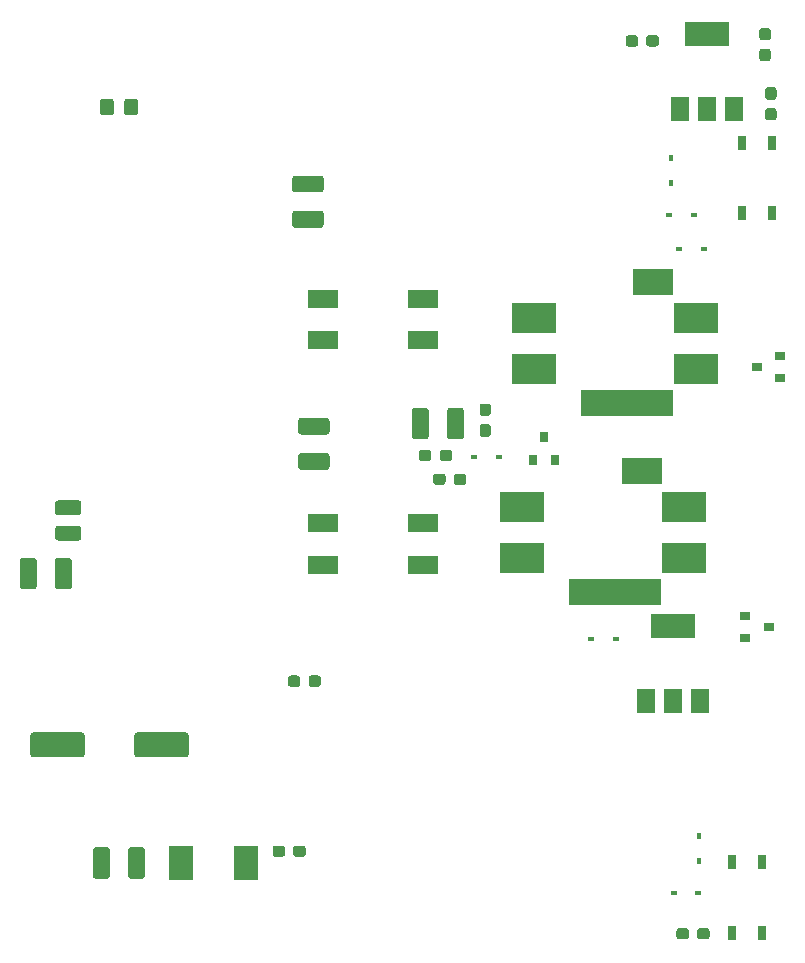
<source format=gtp>
G04 #@! TF.GenerationSoftware,KiCad,Pcbnew,(5.1.5-0)*
G04 #@! TF.CreationDate,2021-01-24T11:48:24-07:00*
G04 #@! TF.ProjectId,power_cui,706f7765-725f-4637-9569-2e6b69636164,rev?*
G04 #@! TF.SameCoordinates,Original*
G04 #@! TF.FileFunction,Paste,Top*
G04 #@! TF.FilePolarity,Positive*
%FSLAX46Y46*%
G04 Gerber Fmt 4.6, Leading zero omitted, Abs format (unit mm)*
G04 Created by KiCad (PCBNEW (5.1.5-0)) date 2021-01-24 11:48:24*
%MOMM*%
%LPD*%
G04 APERTURE LIST*
%ADD10R,1.500000X2.000000*%
%ADD11R,3.800000X2.000000*%
%ADD12C,0.100000*%
%ADD13R,0.450000X0.600000*%
%ADD14R,0.600000X0.450000*%
%ADD15R,2.000000X3.000000*%
%ADD16R,2.500000X1.500000*%
%ADD17R,0.800000X0.900000*%
%ADD18R,0.800000X1.200000*%
%ADD19R,0.900000X0.800000*%
%ADD20R,3.400000X2.300000*%
%ADD21R,7.900000X2.300000*%
%ADD22R,3.800000X2.500000*%
G04 APERTURE END LIST*
D10*
X145500000Y-62150000D03*
X150100000Y-62150000D03*
X147800000Y-62150000D03*
D11*
X147800000Y-55850000D03*
D12*
G36*
X152960779Y-57051144D02*
G01*
X152983834Y-57054563D01*
X153006443Y-57060227D01*
X153028387Y-57068079D01*
X153049457Y-57078044D01*
X153069448Y-57090026D01*
X153088168Y-57103910D01*
X153105438Y-57119562D01*
X153121090Y-57136832D01*
X153134974Y-57155552D01*
X153146956Y-57175543D01*
X153156921Y-57196613D01*
X153164773Y-57218557D01*
X153170437Y-57241166D01*
X153173856Y-57264221D01*
X153175000Y-57287500D01*
X153175000Y-57862500D01*
X153173856Y-57885779D01*
X153170437Y-57908834D01*
X153164773Y-57931443D01*
X153156921Y-57953387D01*
X153146956Y-57974457D01*
X153134974Y-57994448D01*
X153121090Y-58013168D01*
X153105438Y-58030438D01*
X153088168Y-58046090D01*
X153069448Y-58059974D01*
X153049457Y-58071956D01*
X153028387Y-58081921D01*
X153006443Y-58089773D01*
X152983834Y-58095437D01*
X152960779Y-58098856D01*
X152937500Y-58100000D01*
X152462500Y-58100000D01*
X152439221Y-58098856D01*
X152416166Y-58095437D01*
X152393557Y-58089773D01*
X152371613Y-58081921D01*
X152350543Y-58071956D01*
X152330552Y-58059974D01*
X152311832Y-58046090D01*
X152294562Y-58030438D01*
X152278910Y-58013168D01*
X152265026Y-57994448D01*
X152253044Y-57974457D01*
X152243079Y-57953387D01*
X152235227Y-57931443D01*
X152229563Y-57908834D01*
X152226144Y-57885779D01*
X152225000Y-57862500D01*
X152225000Y-57287500D01*
X152226144Y-57264221D01*
X152229563Y-57241166D01*
X152235227Y-57218557D01*
X152243079Y-57196613D01*
X152253044Y-57175543D01*
X152265026Y-57155552D01*
X152278910Y-57136832D01*
X152294562Y-57119562D01*
X152311832Y-57103910D01*
X152330552Y-57090026D01*
X152350543Y-57078044D01*
X152371613Y-57068079D01*
X152393557Y-57060227D01*
X152416166Y-57054563D01*
X152439221Y-57051144D01*
X152462500Y-57050000D01*
X152937500Y-57050000D01*
X152960779Y-57051144D01*
G37*
G36*
X152960779Y-55301144D02*
G01*
X152983834Y-55304563D01*
X153006443Y-55310227D01*
X153028387Y-55318079D01*
X153049457Y-55328044D01*
X153069448Y-55340026D01*
X153088168Y-55353910D01*
X153105438Y-55369562D01*
X153121090Y-55386832D01*
X153134974Y-55405552D01*
X153146956Y-55425543D01*
X153156921Y-55446613D01*
X153164773Y-55468557D01*
X153170437Y-55491166D01*
X153173856Y-55514221D01*
X153175000Y-55537500D01*
X153175000Y-56112500D01*
X153173856Y-56135779D01*
X153170437Y-56158834D01*
X153164773Y-56181443D01*
X153156921Y-56203387D01*
X153146956Y-56224457D01*
X153134974Y-56244448D01*
X153121090Y-56263168D01*
X153105438Y-56280438D01*
X153088168Y-56296090D01*
X153069448Y-56309974D01*
X153049457Y-56321956D01*
X153028387Y-56331921D01*
X153006443Y-56339773D01*
X152983834Y-56345437D01*
X152960779Y-56348856D01*
X152937500Y-56350000D01*
X152462500Y-56350000D01*
X152439221Y-56348856D01*
X152416166Y-56345437D01*
X152393557Y-56339773D01*
X152371613Y-56331921D01*
X152350543Y-56321956D01*
X152330552Y-56309974D01*
X152311832Y-56296090D01*
X152294562Y-56280438D01*
X152278910Y-56263168D01*
X152265026Y-56244448D01*
X152253044Y-56224457D01*
X152243079Y-56203387D01*
X152235227Y-56181443D01*
X152229563Y-56158834D01*
X152226144Y-56135779D01*
X152225000Y-56112500D01*
X152225000Y-55537500D01*
X152226144Y-55514221D01*
X152229563Y-55491166D01*
X152235227Y-55468557D01*
X152243079Y-55446613D01*
X152253044Y-55425543D01*
X152265026Y-55405552D01*
X152278910Y-55386832D01*
X152294562Y-55369562D01*
X152311832Y-55353910D01*
X152330552Y-55340026D01*
X152350543Y-55328044D01*
X152371613Y-55318079D01*
X152393557Y-55310227D01*
X152416166Y-55304563D01*
X152439221Y-55301144D01*
X152462500Y-55300000D01*
X152937500Y-55300000D01*
X152960779Y-55301144D01*
G37*
G36*
X143485779Y-55926144D02*
G01*
X143508834Y-55929563D01*
X143531443Y-55935227D01*
X143553387Y-55943079D01*
X143574457Y-55953044D01*
X143594448Y-55965026D01*
X143613168Y-55978910D01*
X143630438Y-55994562D01*
X143646090Y-56011832D01*
X143659974Y-56030552D01*
X143671956Y-56050543D01*
X143681921Y-56071613D01*
X143689773Y-56093557D01*
X143695437Y-56116166D01*
X143698856Y-56139221D01*
X143700000Y-56162500D01*
X143700000Y-56637500D01*
X143698856Y-56660779D01*
X143695437Y-56683834D01*
X143689773Y-56706443D01*
X143681921Y-56728387D01*
X143671956Y-56749457D01*
X143659974Y-56769448D01*
X143646090Y-56788168D01*
X143630438Y-56805438D01*
X143613168Y-56821090D01*
X143594448Y-56834974D01*
X143574457Y-56846956D01*
X143553387Y-56856921D01*
X143531443Y-56864773D01*
X143508834Y-56870437D01*
X143485779Y-56873856D01*
X143462500Y-56875000D01*
X142887500Y-56875000D01*
X142864221Y-56873856D01*
X142841166Y-56870437D01*
X142818557Y-56864773D01*
X142796613Y-56856921D01*
X142775543Y-56846956D01*
X142755552Y-56834974D01*
X142736832Y-56821090D01*
X142719562Y-56805438D01*
X142703910Y-56788168D01*
X142690026Y-56769448D01*
X142678044Y-56749457D01*
X142668079Y-56728387D01*
X142660227Y-56706443D01*
X142654563Y-56683834D01*
X142651144Y-56660779D01*
X142650000Y-56637500D01*
X142650000Y-56162500D01*
X142651144Y-56139221D01*
X142654563Y-56116166D01*
X142660227Y-56093557D01*
X142668079Y-56071613D01*
X142678044Y-56050543D01*
X142690026Y-56030552D01*
X142703910Y-56011832D01*
X142719562Y-55994562D01*
X142736832Y-55978910D01*
X142755552Y-55965026D01*
X142775543Y-55953044D01*
X142796613Y-55943079D01*
X142818557Y-55935227D01*
X142841166Y-55929563D01*
X142864221Y-55926144D01*
X142887500Y-55925000D01*
X143462500Y-55925000D01*
X143485779Y-55926144D01*
G37*
G36*
X141735779Y-55926144D02*
G01*
X141758834Y-55929563D01*
X141781443Y-55935227D01*
X141803387Y-55943079D01*
X141824457Y-55953044D01*
X141844448Y-55965026D01*
X141863168Y-55978910D01*
X141880438Y-55994562D01*
X141896090Y-56011832D01*
X141909974Y-56030552D01*
X141921956Y-56050543D01*
X141931921Y-56071613D01*
X141939773Y-56093557D01*
X141945437Y-56116166D01*
X141948856Y-56139221D01*
X141950000Y-56162500D01*
X141950000Y-56637500D01*
X141948856Y-56660779D01*
X141945437Y-56683834D01*
X141939773Y-56706443D01*
X141931921Y-56728387D01*
X141921956Y-56749457D01*
X141909974Y-56769448D01*
X141896090Y-56788168D01*
X141880438Y-56805438D01*
X141863168Y-56821090D01*
X141844448Y-56834974D01*
X141824457Y-56846956D01*
X141803387Y-56856921D01*
X141781443Y-56864773D01*
X141758834Y-56870437D01*
X141735779Y-56873856D01*
X141712500Y-56875000D01*
X141137500Y-56875000D01*
X141114221Y-56873856D01*
X141091166Y-56870437D01*
X141068557Y-56864773D01*
X141046613Y-56856921D01*
X141025543Y-56846956D01*
X141005552Y-56834974D01*
X140986832Y-56821090D01*
X140969562Y-56805438D01*
X140953910Y-56788168D01*
X140940026Y-56769448D01*
X140928044Y-56749457D01*
X140918079Y-56728387D01*
X140910227Y-56706443D01*
X140904563Y-56683834D01*
X140901144Y-56660779D01*
X140900000Y-56637500D01*
X140900000Y-56162500D01*
X140901144Y-56139221D01*
X140904563Y-56116166D01*
X140910227Y-56093557D01*
X140918079Y-56071613D01*
X140928044Y-56050543D01*
X140940026Y-56030552D01*
X140953910Y-56011832D01*
X140969562Y-55994562D01*
X140986832Y-55978910D01*
X141005552Y-55965026D01*
X141025543Y-55953044D01*
X141046613Y-55943079D01*
X141068557Y-55935227D01*
X141091166Y-55929563D01*
X141114221Y-55926144D01*
X141137500Y-55925000D01*
X141712500Y-55925000D01*
X141735779Y-55926144D01*
G37*
D10*
X142600000Y-112250000D03*
X147200000Y-112250000D03*
X144900000Y-112250000D03*
D11*
X144900000Y-105950000D03*
D13*
X144700000Y-68450000D03*
X144700000Y-66350000D03*
D14*
X140050000Y-107000000D03*
X137950000Y-107000000D03*
D15*
X103250000Y-126000000D03*
X108750000Y-126000000D03*
D12*
G36*
X113135779Y-110126144D02*
G01*
X113158834Y-110129563D01*
X113181443Y-110135227D01*
X113203387Y-110143079D01*
X113224457Y-110153044D01*
X113244448Y-110165026D01*
X113263168Y-110178910D01*
X113280438Y-110194562D01*
X113296090Y-110211832D01*
X113309974Y-110230552D01*
X113321956Y-110250543D01*
X113331921Y-110271613D01*
X113339773Y-110293557D01*
X113345437Y-110316166D01*
X113348856Y-110339221D01*
X113350000Y-110362500D01*
X113350000Y-110837500D01*
X113348856Y-110860779D01*
X113345437Y-110883834D01*
X113339773Y-110906443D01*
X113331921Y-110928387D01*
X113321956Y-110949457D01*
X113309974Y-110969448D01*
X113296090Y-110988168D01*
X113280438Y-111005438D01*
X113263168Y-111021090D01*
X113244448Y-111034974D01*
X113224457Y-111046956D01*
X113203387Y-111056921D01*
X113181443Y-111064773D01*
X113158834Y-111070437D01*
X113135779Y-111073856D01*
X113112500Y-111075000D01*
X112537500Y-111075000D01*
X112514221Y-111073856D01*
X112491166Y-111070437D01*
X112468557Y-111064773D01*
X112446613Y-111056921D01*
X112425543Y-111046956D01*
X112405552Y-111034974D01*
X112386832Y-111021090D01*
X112369562Y-111005438D01*
X112353910Y-110988168D01*
X112340026Y-110969448D01*
X112328044Y-110949457D01*
X112318079Y-110928387D01*
X112310227Y-110906443D01*
X112304563Y-110883834D01*
X112301144Y-110860779D01*
X112300000Y-110837500D01*
X112300000Y-110362500D01*
X112301144Y-110339221D01*
X112304563Y-110316166D01*
X112310227Y-110293557D01*
X112318079Y-110271613D01*
X112328044Y-110250543D01*
X112340026Y-110230552D01*
X112353910Y-110211832D01*
X112369562Y-110194562D01*
X112386832Y-110178910D01*
X112405552Y-110165026D01*
X112425543Y-110153044D01*
X112446613Y-110143079D01*
X112468557Y-110135227D01*
X112491166Y-110129563D01*
X112514221Y-110126144D01*
X112537500Y-110125000D01*
X113112500Y-110125000D01*
X113135779Y-110126144D01*
G37*
G36*
X114885779Y-110126144D02*
G01*
X114908834Y-110129563D01*
X114931443Y-110135227D01*
X114953387Y-110143079D01*
X114974457Y-110153044D01*
X114994448Y-110165026D01*
X115013168Y-110178910D01*
X115030438Y-110194562D01*
X115046090Y-110211832D01*
X115059974Y-110230552D01*
X115071956Y-110250543D01*
X115081921Y-110271613D01*
X115089773Y-110293557D01*
X115095437Y-110316166D01*
X115098856Y-110339221D01*
X115100000Y-110362500D01*
X115100000Y-110837500D01*
X115098856Y-110860779D01*
X115095437Y-110883834D01*
X115089773Y-110906443D01*
X115081921Y-110928387D01*
X115071956Y-110949457D01*
X115059974Y-110969448D01*
X115046090Y-110988168D01*
X115030438Y-111005438D01*
X115013168Y-111021090D01*
X114994448Y-111034974D01*
X114974457Y-111046956D01*
X114953387Y-111056921D01*
X114931443Y-111064773D01*
X114908834Y-111070437D01*
X114885779Y-111073856D01*
X114862500Y-111075000D01*
X114287500Y-111075000D01*
X114264221Y-111073856D01*
X114241166Y-111070437D01*
X114218557Y-111064773D01*
X114196613Y-111056921D01*
X114175543Y-111046956D01*
X114155552Y-111034974D01*
X114136832Y-111021090D01*
X114119562Y-111005438D01*
X114103910Y-110988168D01*
X114090026Y-110969448D01*
X114078044Y-110949457D01*
X114068079Y-110928387D01*
X114060227Y-110906443D01*
X114054563Y-110883834D01*
X114051144Y-110860779D01*
X114050000Y-110837500D01*
X114050000Y-110362500D01*
X114051144Y-110339221D01*
X114054563Y-110316166D01*
X114060227Y-110293557D01*
X114068079Y-110271613D01*
X114078044Y-110250543D01*
X114090026Y-110230552D01*
X114103910Y-110211832D01*
X114119562Y-110194562D01*
X114136832Y-110178910D01*
X114155552Y-110165026D01*
X114175543Y-110153044D01*
X114196613Y-110143079D01*
X114218557Y-110135227D01*
X114241166Y-110129563D01*
X114264221Y-110126144D01*
X114287500Y-110125000D01*
X114862500Y-110125000D01*
X114885779Y-110126144D01*
G37*
G36*
X111835779Y-124526144D02*
G01*
X111858834Y-124529563D01*
X111881443Y-124535227D01*
X111903387Y-124543079D01*
X111924457Y-124553044D01*
X111944448Y-124565026D01*
X111963168Y-124578910D01*
X111980438Y-124594562D01*
X111996090Y-124611832D01*
X112009974Y-124630552D01*
X112021956Y-124650543D01*
X112031921Y-124671613D01*
X112039773Y-124693557D01*
X112045437Y-124716166D01*
X112048856Y-124739221D01*
X112050000Y-124762500D01*
X112050000Y-125237500D01*
X112048856Y-125260779D01*
X112045437Y-125283834D01*
X112039773Y-125306443D01*
X112031921Y-125328387D01*
X112021956Y-125349457D01*
X112009974Y-125369448D01*
X111996090Y-125388168D01*
X111980438Y-125405438D01*
X111963168Y-125421090D01*
X111944448Y-125434974D01*
X111924457Y-125446956D01*
X111903387Y-125456921D01*
X111881443Y-125464773D01*
X111858834Y-125470437D01*
X111835779Y-125473856D01*
X111812500Y-125475000D01*
X111237500Y-125475000D01*
X111214221Y-125473856D01*
X111191166Y-125470437D01*
X111168557Y-125464773D01*
X111146613Y-125456921D01*
X111125543Y-125446956D01*
X111105552Y-125434974D01*
X111086832Y-125421090D01*
X111069562Y-125405438D01*
X111053910Y-125388168D01*
X111040026Y-125369448D01*
X111028044Y-125349457D01*
X111018079Y-125328387D01*
X111010227Y-125306443D01*
X111004563Y-125283834D01*
X111001144Y-125260779D01*
X111000000Y-125237500D01*
X111000000Y-124762500D01*
X111001144Y-124739221D01*
X111004563Y-124716166D01*
X111010227Y-124693557D01*
X111018079Y-124671613D01*
X111028044Y-124650543D01*
X111040026Y-124630552D01*
X111053910Y-124611832D01*
X111069562Y-124594562D01*
X111086832Y-124578910D01*
X111105552Y-124565026D01*
X111125543Y-124553044D01*
X111146613Y-124543079D01*
X111168557Y-124535227D01*
X111191166Y-124529563D01*
X111214221Y-124526144D01*
X111237500Y-124525000D01*
X111812500Y-124525000D01*
X111835779Y-124526144D01*
G37*
G36*
X113585779Y-124526144D02*
G01*
X113608834Y-124529563D01*
X113631443Y-124535227D01*
X113653387Y-124543079D01*
X113674457Y-124553044D01*
X113694448Y-124565026D01*
X113713168Y-124578910D01*
X113730438Y-124594562D01*
X113746090Y-124611832D01*
X113759974Y-124630552D01*
X113771956Y-124650543D01*
X113781921Y-124671613D01*
X113789773Y-124693557D01*
X113795437Y-124716166D01*
X113798856Y-124739221D01*
X113800000Y-124762500D01*
X113800000Y-125237500D01*
X113798856Y-125260779D01*
X113795437Y-125283834D01*
X113789773Y-125306443D01*
X113781921Y-125328387D01*
X113771956Y-125349457D01*
X113759974Y-125369448D01*
X113746090Y-125388168D01*
X113730438Y-125405438D01*
X113713168Y-125421090D01*
X113694448Y-125434974D01*
X113674457Y-125446956D01*
X113653387Y-125456921D01*
X113631443Y-125464773D01*
X113608834Y-125470437D01*
X113585779Y-125473856D01*
X113562500Y-125475000D01*
X112987500Y-125475000D01*
X112964221Y-125473856D01*
X112941166Y-125470437D01*
X112918557Y-125464773D01*
X112896613Y-125456921D01*
X112875543Y-125446956D01*
X112855552Y-125434974D01*
X112836832Y-125421090D01*
X112819562Y-125405438D01*
X112803910Y-125388168D01*
X112790026Y-125369448D01*
X112778044Y-125349457D01*
X112768079Y-125328387D01*
X112760227Y-125306443D01*
X112754563Y-125283834D01*
X112751144Y-125260779D01*
X112750000Y-125237500D01*
X112750000Y-124762500D01*
X112751144Y-124739221D01*
X112754563Y-124716166D01*
X112760227Y-124693557D01*
X112768079Y-124671613D01*
X112778044Y-124650543D01*
X112790026Y-124630552D01*
X112803910Y-124611832D01*
X112819562Y-124594562D01*
X112836832Y-124578910D01*
X112855552Y-124565026D01*
X112875543Y-124553044D01*
X112896613Y-124543079D01*
X112918557Y-124535227D01*
X112941166Y-124529563D01*
X112964221Y-124526144D01*
X112987500Y-124525000D01*
X113562500Y-124525000D01*
X113585779Y-124526144D01*
G37*
G36*
X96999504Y-124676204D02*
G01*
X97023773Y-124679804D01*
X97047571Y-124685765D01*
X97070671Y-124694030D01*
X97092849Y-124704520D01*
X97113893Y-124717133D01*
X97133598Y-124731747D01*
X97151777Y-124748223D01*
X97168253Y-124766402D01*
X97182867Y-124786107D01*
X97195480Y-124807151D01*
X97205970Y-124829329D01*
X97214235Y-124852429D01*
X97220196Y-124876227D01*
X97223796Y-124900496D01*
X97225000Y-124925000D01*
X97225000Y-127075000D01*
X97223796Y-127099504D01*
X97220196Y-127123773D01*
X97214235Y-127147571D01*
X97205970Y-127170671D01*
X97195480Y-127192849D01*
X97182867Y-127213893D01*
X97168253Y-127233598D01*
X97151777Y-127251777D01*
X97133598Y-127268253D01*
X97113893Y-127282867D01*
X97092849Y-127295480D01*
X97070671Y-127305970D01*
X97047571Y-127314235D01*
X97023773Y-127320196D01*
X96999504Y-127323796D01*
X96975000Y-127325000D01*
X96050000Y-127325000D01*
X96025496Y-127323796D01*
X96001227Y-127320196D01*
X95977429Y-127314235D01*
X95954329Y-127305970D01*
X95932151Y-127295480D01*
X95911107Y-127282867D01*
X95891402Y-127268253D01*
X95873223Y-127251777D01*
X95856747Y-127233598D01*
X95842133Y-127213893D01*
X95829520Y-127192849D01*
X95819030Y-127170671D01*
X95810765Y-127147571D01*
X95804804Y-127123773D01*
X95801204Y-127099504D01*
X95800000Y-127075000D01*
X95800000Y-124925000D01*
X95801204Y-124900496D01*
X95804804Y-124876227D01*
X95810765Y-124852429D01*
X95819030Y-124829329D01*
X95829520Y-124807151D01*
X95842133Y-124786107D01*
X95856747Y-124766402D01*
X95873223Y-124748223D01*
X95891402Y-124731747D01*
X95911107Y-124717133D01*
X95932151Y-124704520D01*
X95954329Y-124694030D01*
X95977429Y-124685765D01*
X96001227Y-124679804D01*
X96025496Y-124676204D01*
X96050000Y-124675000D01*
X96975000Y-124675000D01*
X96999504Y-124676204D01*
G37*
G36*
X99974504Y-124676204D02*
G01*
X99998773Y-124679804D01*
X100022571Y-124685765D01*
X100045671Y-124694030D01*
X100067849Y-124704520D01*
X100088893Y-124717133D01*
X100108598Y-124731747D01*
X100126777Y-124748223D01*
X100143253Y-124766402D01*
X100157867Y-124786107D01*
X100170480Y-124807151D01*
X100180970Y-124829329D01*
X100189235Y-124852429D01*
X100195196Y-124876227D01*
X100198796Y-124900496D01*
X100200000Y-124925000D01*
X100200000Y-127075000D01*
X100198796Y-127099504D01*
X100195196Y-127123773D01*
X100189235Y-127147571D01*
X100180970Y-127170671D01*
X100170480Y-127192849D01*
X100157867Y-127213893D01*
X100143253Y-127233598D01*
X100126777Y-127251777D01*
X100108598Y-127268253D01*
X100088893Y-127282867D01*
X100067849Y-127295480D01*
X100045671Y-127305970D01*
X100022571Y-127314235D01*
X99998773Y-127320196D01*
X99974504Y-127323796D01*
X99950000Y-127325000D01*
X99025000Y-127325000D01*
X99000496Y-127323796D01*
X98976227Y-127320196D01*
X98952429Y-127314235D01*
X98929329Y-127305970D01*
X98907151Y-127295480D01*
X98886107Y-127282867D01*
X98866402Y-127268253D01*
X98848223Y-127251777D01*
X98831747Y-127233598D01*
X98817133Y-127213893D01*
X98804520Y-127192849D01*
X98794030Y-127170671D01*
X98785765Y-127147571D01*
X98779804Y-127123773D01*
X98776204Y-127099504D01*
X98775000Y-127075000D01*
X98775000Y-124925000D01*
X98776204Y-124900496D01*
X98779804Y-124876227D01*
X98785765Y-124852429D01*
X98794030Y-124829329D01*
X98804520Y-124807151D01*
X98817133Y-124786107D01*
X98831747Y-124766402D01*
X98848223Y-124748223D01*
X98866402Y-124731747D01*
X98886107Y-124717133D01*
X98907151Y-124704520D01*
X98929329Y-124694030D01*
X98952429Y-124685765D01*
X98976227Y-124679804D01*
X99000496Y-124676204D01*
X99025000Y-124675000D01*
X99950000Y-124675000D01*
X99974504Y-124676204D01*
G37*
D16*
X115250000Y-100750000D03*
X115250000Y-97250000D03*
X123750000Y-97250000D03*
X123750000Y-100750000D03*
D12*
G36*
X125985779Y-91026144D02*
G01*
X126008834Y-91029563D01*
X126031443Y-91035227D01*
X126053387Y-91043079D01*
X126074457Y-91053044D01*
X126094448Y-91065026D01*
X126113168Y-91078910D01*
X126130438Y-91094562D01*
X126146090Y-91111832D01*
X126159974Y-91130552D01*
X126171956Y-91150543D01*
X126181921Y-91171613D01*
X126189773Y-91193557D01*
X126195437Y-91216166D01*
X126198856Y-91239221D01*
X126200000Y-91262500D01*
X126200000Y-91737500D01*
X126198856Y-91760779D01*
X126195437Y-91783834D01*
X126189773Y-91806443D01*
X126181921Y-91828387D01*
X126171956Y-91849457D01*
X126159974Y-91869448D01*
X126146090Y-91888168D01*
X126130438Y-91905438D01*
X126113168Y-91921090D01*
X126094448Y-91934974D01*
X126074457Y-91946956D01*
X126053387Y-91956921D01*
X126031443Y-91964773D01*
X126008834Y-91970437D01*
X125985779Y-91973856D01*
X125962500Y-91975000D01*
X125387500Y-91975000D01*
X125364221Y-91973856D01*
X125341166Y-91970437D01*
X125318557Y-91964773D01*
X125296613Y-91956921D01*
X125275543Y-91946956D01*
X125255552Y-91934974D01*
X125236832Y-91921090D01*
X125219562Y-91905438D01*
X125203910Y-91888168D01*
X125190026Y-91869448D01*
X125178044Y-91849457D01*
X125168079Y-91828387D01*
X125160227Y-91806443D01*
X125154563Y-91783834D01*
X125151144Y-91760779D01*
X125150000Y-91737500D01*
X125150000Y-91262500D01*
X125151144Y-91239221D01*
X125154563Y-91216166D01*
X125160227Y-91193557D01*
X125168079Y-91171613D01*
X125178044Y-91150543D01*
X125190026Y-91130552D01*
X125203910Y-91111832D01*
X125219562Y-91094562D01*
X125236832Y-91078910D01*
X125255552Y-91065026D01*
X125275543Y-91053044D01*
X125296613Y-91043079D01*
X125318557Y-91035227D01*
X125341166Y-91029563D01*
X125364221Y-91026144D01*
X125387500Y-91025000D01*
X125962500Y-91025000D01*
X125985779Y-91026144D01*
G37*
G36*
X124235779Y-91026144D02*
G01*
X124258834Y-91029563D01*
X124281443Y-91035227D01*
X124303387Y-91043079D01*
X124324457Y-91053044D01*
X124344448Y-91065026D01*
X124363168Y-91078910D01*
X124380438Y-91094562D01*
X124396090Y-91111832D01*
X124409974Y-91130552D01*
X124421956Y-91150543D01*
X124431921Y-91171613D01*
X124439773Y-91193557D01*
X124445437Y-91216166D01*
X124448856Y-91239221D01*
X124450000Y-91262500D01*
X124450000Y-91737500D01*
X124448856Y-91760779D01*
X124445437Y-91783834D01*
X124439773Y-91806443D01*
X124431921Y-91828387D01*
X124421956Y-91849457D01*
X124409974Y-91869448D01*
X124396090Y-91888168D01*
X124380438Y-91905438D01*
X124363168Y-91921090D01*
X124344448Y-91934974D01*
X124324457Y-91946956D01*
X124303387Y-91956921D01*
X124281443Y-91964773D01*
X124258834Y-91970437D01*
X124235779Y-91973856D01*
X124212500Y-91975000D01*
X123637500Y-91975000D01*
X123614221Y-91973856D01*
X123591166Y-91970437D01*
X123568557Y-91964773D01*
X123546613Y-91956921D01*
X123525543Y-91946956D01*
X123505552Y-91934974D01*
X123486832Y-91921090D01*
X123469562Y-91905438D01*
X123453910Y-91888168D01*
X123440026Y-91869448D01*
X123428044Y-91849457D01*
X123418079Y-91828387D01*
X123410227Y-91806443D01*
X123404563Y-91783834D01*
X123401144Y-91760779D01*
X123400000Y-91737500D01*
X123400000Y-91262500D01*
X123401144Y-91239221D01*
X123404563Y-91216166D01*
X123410227Y-91193557D01*
X123418079Y-91171613D01*
X123428044Y-91150543D01*
X123440026Y-91130552D01*
X123453910Y-91111832D01*
X123469562Y-91094562D01*
X123486832Y-91078910D01*
X123505552Y-91065026D01*
X123525543Y-91053044D01*
X123546613Y-91043079D01*
X123568557Y-91035227D01*
X123591166Y-91029563D01*
X123614221Y-91026144D01*
X123637500Y-91025000D01*
X124212500Y-91025000D01*
X124235779Y-91026144D01*
G37*
G36*
X125435779Y-93026144D02*
G01*
X125458834Y-93029563D01*
X125481443Y-93035227D01*
X125503387Y-93043079D01*
X125524457Y-93053044D01*
X125544448Y-93065026D01*
X125563168Y-93078910D01*
X125580438Y-93094562D01*
X125596090Y-93111832D01*
X125609974Y-93130552D01*
X125621956Y-93150543D01*
X125631921Y-93171613D01*
X125639773Y-93193557D01*
X125645437Y-93216166D01*
X125648856Y-93239221D01*
X125650000Y-93262500D01*
X125650000Y-93737500D01*
X125648856Y-93760779D01*
X125645437Y-93783834D01*
X125639773Y-93806443D01*
X125631921Y-93828387D01*
X125621956Y-93849457D01*
X125609974Y-93869448D01*
X125596090Y-93888168D01*
X125580438Y-93905438D01*
X125563168Y-93921090D01*
X125544448Y-93934974D01*
X125524457Y-93946956D01*
X125503387Y-93956921D01*
X125481443Y-93964773D01*
X125458834Y-93970437D01*
X125435779Y-93973856D01*
X125412500Y-93975000D01*
X124837500Y-93975000D01*
X124814221Y-93973856D01*
X124791166Y-93970437D01*
X124768557Y-93964773D01*
X124746613Y-93956921D01*
X124725543Y-93946956D01*
X124705552Y-93934974D01*
X124686832Y-93921090D01*
X124669562Y-93905438D01*
X124653910Y-93888168D01*
X124640026Y-93869448D01*
X124628044Y-93849457D01*
X124618079Y-93828387D01*
X124610227Y-93806443D01*
X124604563Y-93783834D01*
X124601144Y-93760779D01*
X124600000Y-93737500D01*
X124600000Y-93262500D01*
X124601144Y-93239221D01*
X124604563Y-93216166D01*
X124610227Y-93193557D01*
X124618079Y-93171613D01*
X124628044Y-93150543D01*
X124640026Y-93130552D01*
X124653910Y-93111832D01*
X124669562Y-93094562D01*
X124686832Y-93078910D01*
X124705552Y-93065026D01*
X124725543Y-93053044D01*
X124746613Y-93043079D01*
X124768557Y-93035227D01*
X124791166Y-93029563D01*
X124814221Y-93026144D01*
X124837500Y-93025000D01*
X125412500Y-93025000D01*
X125435779Y-93026144D01*
G37*
G36*
X127185779Y-93026144D02*
G01*
X127208834Y-93029563D01*
X127231443Y-93035227D01*
X127253387Y-93043079D01*
X127274457Y-93053044D01*
X127294448Y-93065026D01*
X127313168Y-93078910D01*
X127330438Y-93094562D01*
X127346090Y-93111832D01*
X127359974Y-93130552D01*
X127371956Y-93150543D01*
X127381921Y-93171613D01*
X127389773Y-93193557D01*
X127395437Y-93216166D01*
X127398856Y-93239221D01*
X127400000Y-93262500D01*
X127400000Y-93737500D01*
X127398856Y-93760779D01*
X127395437Y-93783834D01*
X127389773Y-93806443D01*
X127381921Y-93828387D01*
X127371956Y-93849457D01*
X127359974Y-93869448D01*
X127346090Y-93888168D01*
X127330438Y-93905438D01*
X127313168Y-93921090D01*
X127294448Y-93934974D01*
X127274457Y-93946956D01*
X127253387Y-93956921D01*
X127231443Y-93964773D01*
X127208834Y-93970437D01*
X127185779Y-93973856D01*
X127162500Y-93975000D01*
X126587500Y-93975000D01*
X126564221Y-93973856D01*
X126541166Y-93970437D01*
X126518557Y-93964773D01*
X126496613Y-93956921D01*
X126475543Y-93946956D01*
X126455552Y-93934974D01*
X126436832Y-93921090D01*
X126419562Y-93905438D01*
X126403910Y-93888168D01*
X126390026Y-93869448D01*
X126378044Y-93849457D01*
X126368079Y-93828387D01*
X126360227Y-93806443D01*
X126354563Y-93783834D01*
X126351144Y-93760779D01*
X126350000Y-93737500D01*
X126350000Y-93262500D01*
X126351144Y-93239221D01*
X126354563Y-93216166D01*
X126360227Y-93193557D01*
X126368079Y-93171613D01*
X126378044Y-93150543D01*
X126390026Y-93130552D01*
X126403910Y-93111832D01*
X126419562Y-93094562D01*
X126436832Y-93078910D01*
X126455552Y-93065026D01*
X126475543Y-93053044D01*
X126496613Y-93043079D01*
X126518557Y-93035227D01*
X126541166Y-93029563D01*
X126564221Y-93026144D01*
X126587500Y-93025000D01*
X127162500Y-93025000D01*
X127185779Y-93026144D01*
G37*
D17*
X134000000Y-89900000D03*
X134950000Y-91900000D03*
X133050000Y-91900000D03*
D16*
X115250000Y-81750000D03*
X115250000Y-78250000D03*
X123750000Y-78250000D03*
X123750000Y-81750000D03*
D14*
X130150000Y-91600000D03*
X128050000Y-91600000D03*
D18*
X152470000Y-125900000D03*
X152470000Y-131900000D03*
X149930000Y-131900000D03*
X149930000Y-125900000D03*
D12*
G36*
X147785779Y-131526144D02*
G01*
X147808834Y-131529563D01*
X147831443Y-131535227D01*
X147853387Y-131543079D01*
X147874457Y-131553044D01*
X147894448Y-131565026D01*
X147913168Y-131578910D01*
X147930438Y-131594562D01*
X147946090Y-131611832D01*
X147959974Y-131630552D01*
X147971956Y-131650543D01*
X147981921Y-131671613D01*
X147989773Y-131693557D01*
X147995437Y-131716166D01*
X147998856Y-131739221D01*
X148000000Y-131762500D01*
X148000000Y-132237500D01*
X147998856Y-132260779D01*
X147995437Y-132283834D01*
X147989773Y-132306443D01*
X147981921Y-132328387D01*
X147971956Y-132349457D01*
X147959974Y-132369448D01*
X147946090Y-132388168D01*
X147930438Y-132405438D01*
X147913168Y-132421090D01*
X147894448Y-132434974D01*
X147874457Y-132446956D01*
X147853387Y-132456921D01*
X147831443Y-132464773D01*
X147808834Y-132470437D01*
X147785779Y-132473856D01*
X147762500Y-132475000D01*
X147187500Y-132475000D01*
X147164221Y-132473856D01*
X147141166Y-132470437D01*
X147118557Y-132464773D01*
X147096613Y-132456921D01*
X147075543Y-132446956D01*
X147055552Y-132434974D01*
X147036832Y-132421090D01*
X147019562Y-132405438D01*
X147003910Y-132388168D01*
X146990026Y-132369448D01*
X146978044Y-132349457D01*
X146968079Y-132328387D01*
X146960227Y-132306443D01*
X146954563Y-132283834D01*
X146951144Y-132260779D01*
X146950000Y-132237500D01*
X146950000Y-131762500D01*
X146951144Y-131739221D01*
X146954563Y-131716166D01*
X146960227Y-131693557D01*
X146968079Y-131671613D01*
X146978044Y-131650543D01*
X146990026Y-131630552D01*
X147003910Y-131611832D01*
X147019562Y-131594562D01*
X147036832Y-131578910D01*
X147055552Y-131565026D01*
X147075543Y-131553044D01*
X147096613Y-131543079D01*
X147118557Y-131535227D01*
X147141166Y-131529563D01*
X147164221Y-131526144D01*
X147187500Y-131525000D01*
X147762500Y-131525000D01*
X147785779Y-131526144D01*
G37*
G36*
X146035779Y-131526144D02*
G01*
X146058834Y-131529563D01*
X146081443Y-131535227D01*
X146103387Y-131543079D01*
X146124457Y-131553044D01*
X146144448Y-131565026D01*
X146163168Y-131578910D01*
X146180438Y-131594562D01*
X146196090Y-131611832D01*
X146209974Y-131630552D01*
X146221956Y-131650543D01*
X146231921Y-131671613D01*
X146239773Y-131693557D01*
X146245437Y-131716166D01*
X146248856Y-131739221D01*
X146250000Y-131762500D01*
X146250000Y-132237500D01*
X146248856Y-132260779D01*
X146245437Y-132283834D01*
X146239773Y-132306443D01*
X146231921Y-132328387D01*
X146221956Y-132349457D01*
X146209974Y-132369448D01*
X146196090Y-132388168D01*
X146180438Y-132405438D01*
X146163168Y-132421090D01*
X146144448Y-132434974D01*
X146124457Y-132446956D01*
X146103387Y-132456921D01*
X146081443Y-132464773D01*
X146058834Y-132470437D01*
X146035779Y-132473856D01*
X146012500Y-132475000D01*
X145437500Y-132475000D01*
X145414221Y-132473856D01*
X145391166Y-132470437D01*
X145368557Y-132464773D01*
X145346613Y-132456921D01*
X145325543Y-132446956D01*
X145305552Y-132434974D01*
X145286832Y-132421090D01*
X145269562Y-132405438D01*
X145253910Y-132388168D01*
X145240026Y-132369448D01*
X145228044Y-132349457D01*
X145218079Y-132328387D01*
X145210227Y-132306443D01*
X145204563Y-132283834D01*
X145201144Y-132260779D01*
X145200000Y-132237500D01*
X145200000Y-131762500D01*
X145201144Y-131739221D01*
X145204563Y-131716166D01*
X145210227Y-131693557D01*
X145218079Y-131671613D01*
X145228044Y-131650543D01*
X145240026Y-131630552D01*
X145253910Y-131611832D01*
X145269562Y-131594562D01*
X145286832Y-131578910D01*
X145305552Y-131565026D01*
X145325543Y-131553044D01*
X145346613Y-131543079D01*
X145368557Y-131535227D01*
X145391166Y-131529563D01*
X145414221Y-131526144D01*
X145437500Y-131525000D01*
X146012500Y-131525000D01*
X146035779Y-131526144D01*
G37*
D18*
X150730000Y-71000000D03*
X150730000Y-65000000D03*
X153270000Y-65000000D03*
X153270000Y-71000000D03*
D12*
G36*
X153460779Y-62076144D02*
G01*
X153483834Y-62079563D01*
X153506443Y-62085227D01*
X153528387Y-62093079D01*
X153549457Y-62103044D01*
X153569448Y-62115026D01*
X153588168Y-62128910D01*
X153605438Y-62144562D01*
X153621090Y-62161832D01*
X153634974Y-62180552D01*
X153646956Y-62200543D01*
X153656921Y-62221613D01*
X153664773Y-62243557D01*
X153670437Y-62266166D01*
X153673856Y-62289221D01*
X153675000Y-62312500D01*
X153675000Y-62887500D01*
X153673856Y-62910779D01*
X153670437Y-62933834D01*
X153664773Y-62956443D01*
X153656921Y-62978387D01*
X153646956Y-62999457D01*
X153634974Y-63019448D01*
X153621090Y-63038168D01*
X153605438Y-63055438D01*
X153588168Y-63071090D01*
X153569448Y-63084974D01*
X153549457Y-63096956D01*
X153528387Y-63106921D01*
X153506443Y-63114773D01*
X153483834Y-63120437D01*
X153460779Y-63123856D01*
X153437500Y-63125000D01*
X152962500Y-63125000D01*
X152939221Y-63123856D01*
X152916166Y-63120437D01*
X152893557Y-63114773D01*
X152871613Y-63106921D01*
X152850543Y-63096956D01*
X152830552Y-63084974D01*
X152811832Y-63071090D01*
X152794562Y-63055438D01*
X152778910Y-63038168D01*
X152765026Y-63019448D01*
X152753044Y-62999457D01*
X152743079Y-62978387D01*
X152735227Y-62956443D01*
X152729563Y-62933834D01*
X152726144Y-62910779D01*
X152725000Y-62887500D01*
X152725000Y-62312500D01*
X152726144Y-62289221D01*
X152729563Y-62266166D01*
X152735227Y-62243557D01*
X152743079Y-62221613D01*
X152753044Y-62200543D01*
X152765026Y-62180552D01*
X152778910Y-62161832D01*
X152794562Y-62144562D01*
X152811832Y-62128910D01*
X152830552Y-62115026D01*
X152850543Y-62103044D01*
X152871613Y-62093079D01*
X152893557Y-62085227D01*
X152916166Y-62079563D01*
X152939221Y-62076144D01*
X152962500Y-62075000D01*
X153437500Y-62075000D01*
X153460779Y-62076144D01*
G37*
G36*
X153460779Y-60326144D02*
G01*
X153483834Y-60329563D01*
X153506443Y-60335227D01*
X153528387Y-60343079D01*
X153549457Y-60353044D01*
X153569448Y-60365026D01*
X153588168Y-60378910D01*
X153605438Y-60394562D01*
X153621090Y-60411832D01*
X153634974Y-60430552D01*
X153646956Y-60450543D01*
X153656921Y-60471613D01*
X153664773Y-60493557D01*
X153670437Y-60516166D01*
X153673856Y-60539221D01*
X153675000Y-60562500D01*
X153675000Y-61137500D01*
X153673856Y-61160779D01*
X153670437Y-61183834D01*
X153664773Y-61206443D01*
X153656921Y-61228387D01*
X153646956Y-61249457D01*
X153634974Y-61269448D01*
X153621090Y-61288168D01*
X153605438Y-61305438D01*
X153588168Y-61321090D01*
X153569448Y-61334974D01*
X153549457Y-61346956D01*
X153528387Y-61356921D01*
X153506443Y-61364773D01*
X153483834Y-61370437D01*
X153460779Y-61373856D01*
X153437500Y-61375000D01*
X152962500Y-61375000D01*
X152939221Y-61373856D01*
X152916166Y-61370437D01*
X152893557Y-61364773D01*
X152871613Y-61356921D01*
X152850543Y-61346956D01*
X152830552Y-61334974D01*
X152811832Y-61321090D01*
X152794562Y-61305438D01*
X152778910Y-61288168D01*
X152765026Y-61269448D01*
X152753044Y-61249457D01*
X152743079Y-61228387D01*
X152735227Y-61206443D01*
X152729563Y-61183834D01*
X152726144Y-61160779D01*
X152725000Y-61137500D01*
X152725000Y-60562500D01*
X152726144Y-60539221D01*
X152729563Y-60516166D01*
X152735227Y-60493557D01*
X152743079Y-60471613D01*
X152753044Y-60450543D01*
X152765026Y-60430552D01*
X152778910Y-60411832D01*
X152794562Y-60394562D01*
X152811832Y-60378910D01*
X152830552Y-60365026D01*
X152850543Y-60353044D01*
X152871613Y-60343079D01*
X152893557Y-60335227D01*
X152916166Y-60329563D01*
X152939221Y-60326144D01*
X152962500Y-60325000D01*
X153437500Y-60325000D01*
X153460779Y-60326144D01*
G37*
G36*
X126974504Y-87476204D02*
G01*
X126998773Y-87479804D01*
X127022571Y-87485765D01*
X127045671Y-87494030D01*
X127067849Y-87504520D01*
X127088893Y-87517133D01*
X127108598Y-87531747D01*
X127126777Y-87548223D01*
X127143253Y-87566402D01*
X127157867Y-87586107D01*
X127170480Y-87607151D01*
X127180970Y-87629329D01*
X127189235Y-87652429D01*
X127195196Y-87676227D01*
X127198796Y-87700496D01*
X127200000Y-87725000D01*
X127200000Y-89875000D01*
X127198796Y-89899504D01*
X127195196Y-89923773D01*
X127189235Y-89947571D01*
X127180970Y-89970671D01*
X127170480Y-89992849D01*
X127157867Y-90013893D01*
X127143253Y-90033598D01*
X127126777Y-90051777D01*
X127108598Y-90068253D01*
X127088893Y-90082867D01*
X127067849Y-90095480D01*
X127045671Y-90105970D01*
X127022571Y-90114235D01*
X126998773Y-90120196D01*
X126974504Y-90123796D01*
X126950000Y-90125000D01*
X126025000Y-90125000D01*
X126000496Y-90123796D01*
X125976227Y-90120196D01*
X125952429Y-90114235D01*
X125929329Y-90105970D01*
X125907151Y-90095480D01*
X125886107Y-90082867D01*
X125866402Y-90068253D01*
X125848223Y-90051777D01*
X125831747Y-90033598D01*
X125817133Y-90013893D01*
X125804520Y-89992849D01*
X125794030Y-89970671D01*
X125785765Y-89947571D01*
X125779804Y-89923773D01*
X125776204Y-89899504D01*
X125775000Y-89875000D01*
X125775000Y-87725000D01*
X125776204Y-87700496D01*
X125779804Y-87676227D01*
X125785765Y-87652429D01*
X125794030Y-87629329D01*
X125804520Y-87607151D01*
X125817133Y-87586107D01*
X125831747Y-87566402D01*
X125848223Y-87548223D01*
X125866402Y-87531747D01*
X125886107Y-87517133D01*
X125907151Y-87504520D01*
X125929329Y-87494030D01*
X125952429Y-87485765D01*
X125976227Y-87479804D01*
X126000496Y-87476204D01*
X126025000Y-87475000D01*
X126950000Y-87475000D01*
X126974504Y-87476204D01*
G37*
G36*
X123999504Y-87476204D02*
G01*
X124023773Y-87479804D01*
X124047571Y-87485765D01*
X124070671Y-87494030D01*
X124092849Y-87504520D01*
X124113893Y-87517133D01*
X124133598Y-87531747D01*
X124151777Y-87548223D01*
X124168253Y-87566402D01*
X124182867Y-87586107D01*
X124195480Y-87607151D01*
X124205970Y-87629329D01*
X124214235Y-87652429D01*
X124220196Y-87676227D01*
X124223796Y-87700496D01*
X124225000Y-87725000D01*
X124225000Y-89875000D01*
X124223796Y-89899504D01*
X124220196Y-89923773D01*
X124214235Y-89947571D01*
X124205970Y-89970671D01*
X124195480Y-89992849D01*
X124182867Y-90013893D01*
X124168253Y-90033598D01*
X124151777Y-90051777D01*
X124133598Y-90068253D01*
X124113893Y-90082867D01*
X124092849Y-90095480D01*
X124070671Y-90105970D01*
X124047571Y-90114235D01*
X124023773Y-90120196D01*
X123999504Y-90123796D01*
X123975000Y-90125000D01*
X123050000Y-90125000D01*
X123025496Y-90123796D01*
X123001227Y-90120196D01*
X122977429Y-90114235D01*
X122954329Y-90105970D01*
X122932151Y-90095480D01*
X122911107Y-90082867D01*
X122891402Y-90068253D01*
X122873223Y-90051777D01*
X122856747Y-90033598D01*
X122842133Y-90013893D01*
X122829520Y-89992849D01*
X122819030Y-89970671D01*
X122810765Y-89947571D01*
X122804804Y-89923773D01*
X122801204Y-89899504D01*
X122800000Y-89875000D01*
X122800000Y-87725000D01*
X122801204Y-87700496D01*
X122804804Y-87676227D01*
X122810765Y-87652429D01*
X122819030Y-87629329D01*
X122829520Y-87607151D01*
X122842133Y-87586107D01*
X122856747Y-87566402D01*
X122873223Y-87548223D01*
X122891402Y-87531747D01*
X122911107Y-87517133D01*
X122932151Y-87504520D01*
X122954329Y-87494030D01*
X122977429Y-87485765D01*
X123001227Y-87479804D01*
X123025496Y-87476204D01*
X123050000Y-87475000D01*
X123975000Y-87475000D01*
X123999504Y-87476204D01*
G37*
G36*
X129260779Y-88851144D02*
G01*
X129283834Y-88854563D01*
X129306443Y-88860227D01*
X129328387Y-88868079D01*
X129349457Y-88878044D01*
X129369448Y-88890026D01*
X129388168Y-88903910D01*
X129405438Y-88919562D01*
X129421090Y-88936832D01*
X129434974Y-88955552D01*
X129446956Y-88975543D01*
X129456921Y-88996613D01*
X129464773Y-89018557D01*
X129470437Y-89041166D01*
X129473856Y-89064221D01*
X129475000Y-89087500D01*
X129475000Y-89662500D01*
X129473856Y-89685779D01*
X129470437Y-89708834D01*
X129464773Y-89731443D01*
X129456921Y-89753387D01*
X129446956Y-89774457D01*
X129434974Y-89794448D01*
X129421090Y-89813168D01*
X129405438Y-89830438D01*
X129388168Y-89846090D01*
X129369448Y-89859974D01*
X129349457Y-89871956D01*
X129328387Y-89881921D01*
X129306443Y-89889773D01*
X129283834Y-89895437D01*
X129260779Y-89898856D01*
X129237500Y-89900000D01*
X128762500Y-89900000D01*
X128739221Y-89898856D01*
X128716166Y-89895437D01*
X128693557Y-89889773D01*
X128671613Y-89881921D01*
X128650543Y-89871956D01*
X128630552Y-89859974D01*
X128611832Y-89846090D01*
X128594562Y-89830438D01*
X128578910Y-89813168D01*
X128565026Y-89794448D01*
X128553044Y-89774457D01*
X128543079Y-89753387D01*
X128535227Y-89731443D01*
X128529563Y-89708834D01*
X128526144Y-89685779D01*
X128525000Y-89662500D01*
X128525000Y-89087500D01*
X128526144Y-89064221D01*
X128529563Y-89041166D01*
X128535227Y-89018557D01*
X128543079Y-88996613D01*
X128553044Y-88975543D01*
X128565026Y-88955552D01*
X128578910Y-88936832D01*
X128594562Y-88919562D01*
X128611832Y-88903910D01*
X128630552Y-88890026D01*
X128650543Y-88878044D01*
X128671613Y-88868079D01*
X128693557Y-88860227D01*
X128716166Y-88854563D01*
X128739221Y-88851144D01*
X128762500Y-88850000D01*
X129237500Y-88850000D01*
X129260779Y-88851144D01*
G37*
G36*
X129260779Y-87101144D02*
G01*
X129283834Y-87104563D01*
X129306443Y-87110227D01*
X129328387Y-87118079D01*
X129349457Y-87128044D01*
X129369448Y-87140026D01*
X129388168Y-87153910D01*
X129405438Y-87169562D01*
X129421090Y-87186832D01*
X129434974Y-87205552D01*
X129446956Y-87225543D01*
X129456921Y-87246613D01*
X129464773Y-87268557D01*
X129470437Y-87291166D01*
X129473856Y-87314221D01*
X129475000Y-87337500D01*
X129475000Y-87912500D01*
X129473856Y-87935779D01*
X129470437Y-87958834D01*
X129464773Y-87981443D01*
X129456921Y-88003387D01*
X129446956Y-88024457D01*
X129434974Y-88044448D01*
X129421090Y-88063168D01*
X129405438Y-88080438D01*
X129388168Y-88096090D01*
X129369448Y-88109974D01*
X129349457Y-88121956D01*
X129328387Y-88131921D01*
X129306443Y-88139773D01*
X129283834Y-88145437D01*
X129260779Y-88148856D01*
X129237500Y-88150000D01*
X128762500Y-88150000D01*
X128739221Y-88148856D01*
X128716166Y-88145437D01*
X128693557Y-88139773D01*
X128671613Y-88131921D01*
X128650543Y-88121956D01*
X128630552Y-88109974D01*
X128611832Y-88096090D01*
X128594562Y-88080438D01*
X128578910Y-88063168D01*
X128565026Y-88044448D01*
X128553044Y-88024457D01*
X128543079Y-88003387D01*
X128535227Y-87981443D01*
X128529563Y-87958834D01*
X128526144Y-87935779D01*
X128525000Y-87912500D01*
X128525000Y-87337500D01*
X128526144Y-87314221D01*
X128529563Y-87291166D01*
X128535227Y-87268557D01*
X128543079Y-87246613D01*
X128553044Y-87225543D01*
X128565026Y-87205552D01*
X128578910Y-87186832D01*
X128594562Y-87169562D01*
X128611832Y-87153910D01*
X128630552Y-87140026D01*
X128650543Y-87128044D01*
X128671613Y-87118079D01*
X128693557Y-87110227D01*
X128716166Y-87104563D01*
X128739221Y-87101144D01*
X128762500Y-87100000D01*
X129237500Y-87100000D01*
X129260779Y-87101144D01*
G37*
D19*
X152000000Y-84000000D03*
X154000000Y-83050000D03*
X154000000Y-84950000D03*
X153000000Y-106000000D03*
X151000000Y-106950000D03*
X151000000Y-105050000D03*
D14*
X147550000Y-74000000D03*
X145450000Y-74000000D03*
D13*
X147100000Y-123750000D03*
X147100000Y-125850000D03*
D14*
X146650000Y-71100000D03*
X144550000Y-71100000D03*
X144950000Y-128500000D03*
X147050000Y-128500000D03*
D12*
G36*
X94574504Y-97451204D02*
G01*
X94598773Y-97454804D01*
X94622571Y-97460765D01*
X94645671Y-97469030D01*
X94667849Y-97479520D01*
X94688893Y-97492133D01*
X94708598Y-97506747D01*
X94726777Y-97523223D01*
X94743253Y-97541402D01*
X94757867Y-97561107D01*
X94770480Y-97582151D01*
X94780970Y-97604329D01*
X94789235Y-97627429D01*
X94795196Y-97651227D01*
X94798796Y-97675496D01*
X94800000Y-97700000D01*
X94800000Y-98450000D01*
X94798796Y-98474504D01*
X94795196Y-98498773D01*
X94789235Y-98522571D01*
X94780970Y-98545671D01*
X94770480Y-98567849D01*
X94757867Y-98588893D01*
X94743253Y-98608598D01*
X94726777Y-98626777D01*
X94708598Y-98643253D01*
X94688893Y-98657867D01*
X94667849Y-98670480D01*
X94645671Y-98680970D01*
X94622571Y-98689235D01*
X94598773Y-98695196D01*
X94574504Y-98698796D01*
X94550000Y-98700000D01*
X92850000Y-98700000D01*
X92825496Y-98698796D01*
X92801227Y-98695196D01*
X92777429Y-98689235D01*
X92754329Y-98680970D01*
X92732151Y-98670480D01*
X92711107Y-98657867D01*
X92691402Y-98643253D01*
X92673223Y-98626777D01*
X92656747Y-98608598D01*
X92642133Y-98588893D01*
X92629520Y-98567849D01*
X92619030Y-98545671D01*
X92610765Y-98522571D01*
X92604804Y-98498773D01*
X92601204Y-98474504D01*
X92600000Y-98450000D01*
X92600000Y-97700000D01*
X92601204Y-97675496D01*
X92604804Y-97651227D01*
X92610765Y-97627429D01*
X92619030Y-97604329D01*
X92629520Y-97582151D01*
X92642133Y-97561107D01*
X92656747Y-97541402D01*
X92673223Y-97523223D01*
X92691402Y-97506747D01*
X92711107Y-97492133D01*
X92732151Y-97479520D01*
X92754329Y-97469030D01*
X92777429Y-97460765D01*
X92801227Y-97454804D01*
X92825496Y-97451204D01*
X92850000Y-97450000D01*
X94550000Y-97450000D01*
X94574504Y-97451204D01*
G37*
G36*
X94574504Y-95301204D02*
G01*
X94598773Y-95304804D01*
X94622571Y-95310765D01*
X94645671Y-95319030D01*
X94667849Y-95329520D01*
X94688893Y-95342133D01*
X94708598Y-95356747D01*
X94726777Y-95373223D01*
X94743253Y-95391402D01*
X94757867Y-95411107D01*
X94770480Y-95432151D01*
X94780970Y-95454329D01*
X94789235Y-95477429D01*
X94795196Y-95501227D01*
X94798796Y-95525496D01*
X94800000Y-95550000D01*
X94800000Y-96300000D01*
X94798796Y-96324504D01*
X94795196Y-96348773D01*
X94789235Y-96372571D01*
X94780970Y-96395671D01*
X94770480Y-96417849D01*
X94757867Y-96438893D01*
X94743253Y-96458598D01*
X94726777Y-96476777D01*
X94708598Y-96493253D01*
X94688893Y-96507867D01*
X94667849Y-96520480D01*
X94645671Y-96530970D01*
X94622571Y-96539235D01*
X94598773Y-96545196D01*
X94574504Y-96548796D01*
X94550000Y-96550000D01*
X92850000Y-96550000D01*
X92825496Y-96548796D01*
X92801227Y-96545196D01*
X92777429Y-96539235D01*
X92754329Y-96530970D01*
X92732151Y-96520480D01*
X92711107Y-96507867D01*
X92691402Y-96493253D01*
X92673223Y-96476777D01*
X92656747Y-96458598D01*
X92642133Y-96438893D01*
X92629520Y-96417849D01*
X92619030Y-96395671D01*
X92610765Y-96372571D01*
X92604804Y-96348773D01*
X92601204Y-96324504D01*
X92600000Y-96300000D01*
X92600000Y-95550000D01*
X92601204Y-95525496D01*
X92604804Y-95501227D01*
X92610765Y-95477429D01*
X92619030Y-95454329D01*
X92629520Y-95432151D01*
X92642133Y-95411107D01*
X92656747Y-95391402D01*
X92673223Y-95373223D01*
X92691402Y-95356747D01*
X92711107Y-95342133D01*
X92732151Y-95329520D01*
X92754329Y-95319030D01*
X92777429Y-95310765D01*
X92801227Y-95304804D01*
X92825496Y-95301204D01*
X92850000Y-95300000D01*
X94550000Y-95300000D01*
X94574504Y-95301204D01*
G37*
G36*
X99374505Y-61301204D02*
G01*
X99398773Y-61304804D01*
X99422572Y-61310765D01*
X99445671Y-61319030D01*
X99467850Y-61329520D01*
X99488893Y-61342132D01*
X99508599Y-61356747D01*
X99526777Y-61373223D01*
X99543253Y-61391401D01*
X99557868Y-61411107D01*
X99570480Y-61432150D01*
X99580970Y-61454329D01*
X99589235Y-61477428D01*
X99595196Y-61501227D01*
X99598796Y-61525495D01*
X99600000Y-61549999D01*
X99600000Y-62450001D01*
X99598796Y-62474505D01*
X99595196Y-62498773D01*
X99589235Y-62522572D01*
X99580970Y-62545671D01*
X99570480Y-62567850D01*
X99557868Y-62588893D01*
X99543253Y-62608599D01*
X99526777Y-62626777D01*
X99508599Y-62643253D01*
X99488893Y-62657868D01*
X99467850Y-62670480D01*
X99445671Y-62680970D01*
X99422572Y-62689235D01*
X99398773Y-62695196D01*
X99374505Y-62698796D01*
X99350001Y-62700000D01*
X98699999Y-62700000D01*
X98675495Y-62698796D01*
X98651227Y-62695196D01*
X98627428Y-62689235D01*
X98604329Y-62680970D01*
X98582150Y-62670480D01*
X98561107Y-62657868D01*
X98541401Y-62643253D01*
X98523223Y-62626777D01*
X98506747Y-62608599D01*
X98492132Y-62588893D01*
X98479520Y-62567850D01*
X98469030Y-62545671D01*
X98460765Y-62522572D01*
X98454804Y-62498773D01*
X98451204Y-62474505D01*
X98450000Y-62450001D01*
X98450000Y-61549999D01*
X98451204Y-61525495D01*
X98454804Y-61501227D01*
X98460765Y-61477428D01*
X98469030Y-61454329D01*
X98479520Y-61432150D01*
X98492132Y-61411107D01*
X98506747Y-61391401D01*
X98523223Y-61373223D01*
X98541401Y-61356747D01*
X98561107Y-61342132D01*
X98582150Y-61329520D01*
X98604329Y-61319030D01*
X98627428Y-61310765D01*
X98651227Y-61304804D01*
X98675495Y-61301204D01*
X98699999Y-61300000D01*
X99350001Y-61300000D01*
X99374505Y-61301204D01*
G37*
G36*
X97324505Y-61301204D02*
G01*
X97348773Y-61304804D01*
X97372572Y-61310765D01*
X97395671Y-61319030D01*
X97417850Y-61329520D01*
X97438893Y-61342132D01*
X97458599Y-61356747D01*
X97476777Y-61373223D01*
X97493253Y-61391401D01*
X97507868Y-61411107D01*
X97520480Y-61432150D01*
X97530970Y-61454329D01*
X97539235Y-61477428D01*
X97545196Y-61501227D01*
X97548796Y-61525495D01*
X97550000Y-61549999D01*
X97550000Y-62450001D01*
X97548796Y-62474505D01*
X97545196Y-62498773D01*
X97539235Y-62522572D01*
X97530970Y-62545671D01*
X97520480Y-62567850D01*
X97507868Y-62588893D01*
X97493253Y-62608599D01*
X97476777Y-62626777D01*
X97458599Y-62643253D01*
X97438893Y-62657868D01*
X97417850Y-62670480D01*
X97395671Y-62680970D01*
X97372572Y-62689235D01*
X97348773Y-62695196D01*
X97324505Y-62698796D01*
X97300001Y-62700000D01*
X96649999Y-62700000D01*
X96625495Y-62698796D01*
X96601227Y-62695196D01*
X96577428Y-62689235D01*
X96554329Y-62680970D01*
X96532150Y-62670480D01*
X96511107Y-62657868D01*
X96491401Y-62643253D01*
X96473223Y-62626777D01*
X96456747Y-62608599D01*
X96442132Y-62588893D01*
X96429520Y-62567850D01*
X96419030Y-62545671D01*
X96410765Y-62522572D01*
X96404804Y-62498773D01*
X96401204Y-62474505D01*
X96400000Y-62450001D01*
X96400000Y-61549999D01*
X96401204Y-61525495D01*
X96404804Y-61501227D01*
X96410765Y-61477428D01*
X96419030Y-61454329D01*
X96429520Y-61432150D01*
X96442132Y-61411107D01*
X96456747Y-61391401D01*
X96473223Y-61373223D01*
X96491401Y-61356747D01*
X96511107Y-61342132D01*
X96532150Y-61329520D01*
X96554329Y-61319030D01*
X96577428Y-61310765D01*
X96601227Y-61304804D01*
X96625495Y-61301204D01*
X96649999Y-61300000D01*
X97300001Y-61300000D01*
X97324505Y-61301204D01*
G37*
G36*
X94874504Y-114951204D02*
G01*
X94898773Y-114954804D01*
X94922571Y-114960765D01*
X94945671Y-114969030D01*
X94967849Y-114979520D01*
X94988893Y-114992133D01*
X95008598Y-115006747D01*
X95026777Y-115023223D01*
X95043253Y-115041402D01*
X95057867Y-115061107D01*
X95070480Y-115082151D01*
X95080970Y-115104329D01*
X95089235Y-115127429D01*
X95095196Y-115151227D01*
X95098796Y-115175496D01*
X95100000Y-115200000D01*
X95100000Y-116800000D01*
X95098796Y-116824504D01*
X95095196Y-116848773D01*
X95089235Y-116872571D01*
X95080970Y-116895671D01*
X95070480Y-116917849D01*
X95057867Y-116938893D01*
X95043253Y-116958598D01*
X95026777Y-116976777D01*
X95008598Y-116993253D01*
X94988893Y-117007867D01*
X94967849Y-117020480D01*
X94945671Y-117030970D01*
X94922571Y-117039235D01*
X94898773Y-117045196D01*
X94874504Y-117048796D01*
X94850000Y-117050000D01*
X90750000Y-117050000D01*
X90725496Y-117048796D01*
X90701227Y-117045196D01*
X90677429Y-117039235D01*
X90654329Y-117030970D01*
X90632151Y-117020480D01*
X90611107Y-117007867D01*
X90591402Y-116993253D01*
X90573223Y-116976777D01*
X90556747Y-116958598D01*
X90542133Y-116938893D01*
X90529520Y-116917849D01*
X90519030Y-116895671D01*
X90510765Y-116872571D01*
X90504804Y-116848773D01*
X90501204Y-116824504D01*
X90500000Y-116800000D01*
X90500000Y-115200000D01*
X90501204Y-115175496D01*
X90504804Y-115151227D01*
X90510765Y-115127429D01*
X90519030Y-115104329D01*
X90529520Y-115082151D01*
X90542133Y-115061107D01*
X90556747Y-115041402D01*
X90573223Y-115023223D01*
X90591402Y-115006747D01*
X90611107Y-114992133D01*
X90632151Y-114979520D01*
X90654329Y-114969030D01*
X90677429Y-114960765D01*
X90701227Y-114954804D01*
X90725496Y-114951204D01*
X90750000Y-114950000D01*
X94850000Y-114950000D01*
X94874504Y-114951204D01*
G37*
G36*
X103674504Y-114951204D02*
G01*
X103698773Y-114954804D01*
X103722571Y-114960765D01*
X103745671Y-114969030D01*
X103767849Y-114979520D01*
X103788893Y-114992133D01*
X103808598Y-115006747D01*
X103826777Y-115023223D01*
X103843253Y-115041402D01*
X103857867Y-115061107D01*
X103870480Y-115082151D01*
X103880970Y-115104329D01*
X103889235Y-115127429D01*
X103895196Y-115151227D01*
X103898796Y-115175496D01*
X103900000Y-115200000D01*
X103900000Y-116800000D01*
X103898796Y-116824504D01*
X103895196Y-116848773D01*
X103889235Y-116872571D01*
X103880970Y-116895671D01*
X103870480Y-116917849D01*
X103857867Y-116938893D01*
X103843253Y-116958598D01*
X103826777Y-116976777D01*
X103808598Y-116993253D01*
X103788893Y-117007867D01*
X103767849Y-117020480D01*
X103745671Y-117030970D01*
X103722571Y-117039235D01*
X103698773Y-117045196D01*
X103674504Y-117048796D01*
X103650000Y-117050000D01*
X99550000Y-117050000D01*
X99525496Y-117048796D01*
X99501227Y-117045196D01*
X99477429Y-117039235D01*
X99454329Y-117030970D01*
X99432151Y-117020480D01*
X99411107Y-117007867D01*
X99391402Y-116993253D01*
X99373223Y-116976777D01*
X99356747Y-116958598D01*
X99342133Y-116938893D01*
X99329520Y-116917849D01*
X99319030Y-116895671D01*
X99310765Y-116872571D01*
X99304804Y-116848773D01*
X99301204Y-116824504D01*
X99300000Y-116800000D01*
X99300000Y-115200000D01*
X99301204Y-115175496D01*
X99304804Y-115151227D01*
X99310765Y-115127429D01*
X99319030Y-115104329D01*
X99329520Y-115082151D01*
X99342133Y-115061107D01*
X99356747Y-115041402D01*
X99373223Y-115023223D01*
X99391402Y-115006747D01*
X99411107Y-114992133D01*
X99432151Y-114979520D01*
X99454329Y-114969030D01*
X99477429Y-114960765D01*
X99501227Y-114954804D01*
X99525496Y-114951204D01*
X99550000Y-114950000D01*
X103650000Y-114950000D01*
X103674504Y-114951204D01*
G37*
G36*
X115099504Y-70776204D02*
G01*
X115123773Y-70779804D01*
X115147571Y-70785765D01*
X115170671Y-70794030D01*
X115192849Y-70804520D01*
X115213893Y-70817133D01*
X115233598Y-70831747D01*
X115251777Y-70848223D01*
X115268253Y-70866402D01*
X115282867Y-70886107D01*
X115295480Y-70907151D01*
X115305970Y-70929329D01*
X115314235Y-70952429D01*
X115320196Y-70976227D01*
X115323796Y-71000496D01*
X115325000Y-71025000D01*
X115325000Y-71950000D01*
X115323796Y-71974504D01*
X115320196Y-71998773D01*
X115314235Y-72022571D01*
X115305970Y-72045671D01*
X115295480Y-72067849D01*
X115282867Y-72088893D01*
X115268253Y-72108598D01*
X115251777Y-72126777D01*
X115233598Y-72143253D01*
X115213893Y-72157867D01*
X115192849Y-72170480D01*
X115170671Y-72180970D01*
X115147571Y-72189235D01*
X115123773Y-72195196D01*
X115099504Y-72198796D01*
X115075000Y-72200000D01*
X112925000Y-72200000D01*
X112900496Y-72198796D01*
X112876227Y-72195196D01*
X112852429Y-72189235D01*
X112829329Y-72180970D01*
X112807151Y-72170480D01*
X112786107Y-72157867D01*
X112766402Y-72143253D01*
X112748223Y-72126777D01*
X112731747Y-72108598D01*
X112717133Y-72088893D01*
X112704520Y-72067849D01*
X112694030Y-72045671D01*
X112685765Y-72022571D01*
X112679804Y-71998773D01*
X112676204Y-71974504D01*
X112675000Y-71950000D01*
X112675000Y-71025000D01*
X112676204Y-71000496D01*
X112679804Y-70976227D01*
X112685765Y-70952429D01*
X112694030Y-70929329D01*
X112704520Y-70907151D01*
X112717133Y-70886107D01*
X112731747Y-70866402D01*
X112748223Y-70848223D01*
X112766402Y-70831747D01*
X112786107Y-70817133D01*
X112807151Y-70804520D01*
X112829329Y-70794030D01*
X112852429Y-70785765D01*
X112876227Y-70779804D01*
X112900496Y-70776204D01*
X112925000Y-70775000D01*
X115075000Y-70775000D01*
X115099504Y-70776204D01*
G37*
G36*
X115099504Y-67801204D02*
G01*
X115123773Y-67804804D01*
X115147571Y-67810765D01*
X115170671Y-67819030D01*
X115192849Y-67829520D01*
X115213893Y-67842133D01*
X115233598Y-67856747D01*
X115251777Y-67873223D01*
X115268253Y-67891402D01*
X115282867Y-67911107D01*
X115295480Y-67932151D01*
X115305970Y-67954329D01*
X115314235Y-67977429D01*
X115320196Y-68001227D01*
X115323796Y-68025496D01*
X115325000Y-68050000D01*
X115325000Y-68975000D01*
X115323796Y-68999504D01*
X115320196Y-69023773D01*
X115314235Y-69047571D01*
X115305970Y-69070671D01*
X115295480Y-69092849D01*
X115282867Y-69113893D01*
X115268253Y-69133598D01*
X115251777Y-69151777D01*
X115233598Y-69168253D01*
X115213893Y-69182867D01*
X115192849Y-69195480D01*
X115170671Y-69205970D01*
X115147571Y-69214235D01*
X115123773Y-69220196D01*
X115099504Y-69223796D01*
X115075000Y-69225000D01*
X112925000Y-69225000D01*
X112900496Y-69223796D01*
X112876227Y-69220196D01*
X112852429Y-69214235D01*
X112829329Y-69205970D01*
X112807151Y-69195480D01*
X112786107Y-69182867D01*
X112766402Y-69168253D01*
X112748223Y-69151777D01*
X112731747Y-69133598D01*
X112717133Y-69113893D01*
X112704520Y-69092849D01*
X112694030Y-69070671D01*
X112685765Y-69047571D01*
X112679804Y-69023773D01*
X112676204Y-68999504D01*
X112675000Y-68975000D01*
X112675000Y-68050000D01*
X112676204Y-68025496D01*
X112679804Y-68001227D01*
X112685765Y-67977429D01*
X112694030Y-67954329D01*
X112704520Y-67932151D01*
X112717133Y-67911107D01*
X112731747Y-67891402D01*
X112748223Y-67873223D01*
X112766402Y-67856747D01*
X112786107Y-67842133D01*
X112807151Y-67829520D01*
X112829329Y-67819030D01*
X112852429Y-67810765D01*
X112876227Y-67804804D01*
X112900496Y-67801204D01*
X112925000Y-67800000D01*
X115075000Y-67800000D01*
X115099504Y-67801204D01*
G37*
G36*
X115599504Y-88301204D02*
G01*
X115623773Y-88304804D01*
X115647571Y-88310765D01*
X115670671Y-88319030D01*
X115692849Y-88329520D01*
X115713893Y-88342133D01*
X115733598Y-88356747D01*
X115751777Y-88373223D01*
X115768253Y-88391402D01*
X115782867Y-88411107D01*
X115795480Y-88432151D01*
X115805970Y-88454329D01*
X115814235Y-88477429D01*
X115820196Y-88501227D01*
X115823796Y-88525496D01*
X115825000Y-88550000D01*
X115825000Y-89475000D01*
X115823796Y-89499504D01*
X115820196Y-89523773D01*
X115814235Y-89547571D01*
X115805970Y-89570671D01*
X115795480Y-89592849D01*
X115782867Y-89613893D01*
X115768253Y-89633598D01*
X115751777Y-89651777D01*
X115733598Y-89668253D01*
X115713893Y-89682867D01*
X115692849Y-89695480D01*
X115670671Y-89705970D01*
X115647571Y-89714235D01*
X115623773Y-89720196D01*
X115599504Y-89723796D01*
X115575000Y-89725000D01*
X113425000Y-89725000D01*
X113400496Y-89723796D01*
X113376227Y-89720196D01*
X113352429Y-89714235D01*
X113329329Y-89705970D01*
X113307151Y-89695480D01*
X113286107Y-89682867D01*
X113266402Y-89668253D01*
X113248223Y-89651777D01*
X113231747Y-89633598D01*
X113217133Y-89613893D01*
X113204520Y-89592849D01*
X113194030Y-89570671D01*
X113185765Y-89547571D01*
X113179804Y-89523773D01*
X113176204Y-89499504D01*
X113175000Y-89475000D01*
X113175000Y-88550000D01*
X113176204Y-88525496D01*
X113179804Y-88501227D01*
X113185765Y-88477429D01*
X113194030Y-88454329D01*
X113204520Y-88432151D01*
X113217133Y-88411107D01*
X113231747Y-88391402D01*
X113248223Y-88373223D01*
X113266402Y-88356747D01*
X113286107Y-88342133D01*
X113307151Y-88329520D01*
X113329329Y-88319030D01*
X113352429Y-88310765D01*
X113376227Y-88304804D01*
X113400496Y-88301204D01*
X113425000Y-88300000D01*
X115575000Y-88300000D01*
X115599504Y-88301204D01*
G37*
G36*
X115599504Y-91276204D02*
G01*
X115623773Y-91279804D01*
X115647571Y-91285765D01*
X115670671Y-91294030D01*
X115692849Y-91304520D01*
X115713893Y-91317133D01*
X115733598Y-91331747D01*
X115751777Y-91348223D01*
X115768253Y-91366402D01*
X115782867Y-91386107D01*
X115795480Y-91407151D01*
X115805970Y-91429329D01*
X115814235Y-91452429D01*
X115820196Y-91476227D01*
X115823796Y-91500496D01*
X115825000Y-91525000D01*
X115825000Y-92450000D01*
X115823796Y-92474504D01*
X115820196Y-92498773D01*
X115814235Y-92522571D01*
X115805970Y-92545671D01*
X115795480Y-92567849D01*
X115782867Y-92588893D01*
X115768253Y-92608598D01*
X115751777Y-92626777D01*
X115733598Y-92643253D01*
X115713893Y-92657867D01*
X115692849Y-92670480D01*
X115670671Y-92680970D01*
X115647571Y-92689235D01*
X115623773Y-92695196D01*
X115599504Y-92698796D01*
X115575000Y-92700000D01*
X113425000Y-92700000D01*
X113400496Y-92698796D01*
X113376227Y-92695196D01*
X113352429Y-92689235D01*
X113329329Y-92680970D01*
X113307151Y-92670480D01*
X113286107Y-92657867D01*
X113266402Y-92643253D01*
X113248223Y-92626777D01*
X113231747Y-92608598D01*
X113217133Y-92588893D01*
X113204520Y-92567849D01*
X113194030Y-92545671D01*
X113185765Y-92522571D01*
X113179804Y-92498773D01*
X113176204Y-92474504D01*
X113175000Y-92450000D01*
X113175000Y-91525000D01*
X113176204Y-91500496D01*
X113179804Y-91476227D01*
X113185765Y-91452429D01*
X113194030Y-91429329D01*
X113204520Y-91407151D01*
X113217133Y-91386107D01*
X113231747Y-91366402D01*
X113248223Y-91348223D01*
X113266402Y-91331747D01*
X113286107Y-91317133D01*
X113307151Y-91304520D01*
X113329329Y-91294030D01*
X113352429Y-91285765D01*
X113376227Y-91279804D01*
X113400496Y-91276204D01*
X113425000Y-91275000D01*
X115575000Y-91275000D01*
X115599504Y-91276204D01*
G37*
G36*
X90799504Y-100176204D02*
G01*
X90823773Y-100179804D01*
X90847571Y-100185765D01*
X90870671Y-100194030D01*
X90892849Y-100204520D01*
X90913893Y-100217133D01*
X90933598Y-100231747D01*
X90951777Y-100248223D01*
X90968253Y-100266402D01*
X90982867Y-100286107D01*
X90995480Y-100307151D01*
X91005970Y-100329329D01*
X91014235Y-100352429D01*
X91020196Y-100376227D01*
X91023796Y-100400496D01*
X91025000Y-100425000D01*
X91025000Y-102575000D01*
X91023796Y-102599504D01*
X91020196Y-102623773D01*
X91014235Y-102647571D01*
X91005970Y-102670671D01*
X90995480Y-102692849D01*
X90982867Y-102713893D01*
X90968253Y-102733598D01*
X90951777Y-102751777D01*
X90933598Y-102768253D01*
X90913893Y-102782867D01*
X90892849Y-102795480D01*
X90870671Y-102805970D01*
X90847571Y-102814235D01*
X90823773Y-102820196D01*
X90799504Y-102823796D01*
X90775000Y-102825000D01*
X89850000Y-102825000D01*
X89825496Y-102823796D01*
X89801227Y-102820196D01*
X89777429Y-102814235D01*
X89754329Y-102805970D01*
X89732151Y-102795480D01*
X89711107Y-102782867D01*
X89691402Y-102768253D01*
X89673223Y-102751777D01*
X89656747Y-102733598D01*
X89642133Y-102713893D01*
X89629520Y-102692849D01*
X89619030Y-102670671D01*
X89610765Y-102647571D01*
X89604804Y-102623773D01*
X89601204Y-102599504D01*
X89600000Y-102575000D01*
X89600000Y-100425000D01*
X89601204Y-100400496D01*
X89604804Y-100376227D01*
X89610765Y-100352429D01*
X89619030Y-100329329D01*
X89629520Y-100307151D01*
X89642133Y-100286107D01*
X89656747Y-100266402D01*
X89673223Y-100248223D01*
X89691402Y-100231747D01*
X89711107Y-100217133D01*
X89732151Y-100204520D01*
X89754329Y-100194030D01*
X89777429Y-100185765D01*
X89801227Y-100179804D01*
X89825496Y-100176204D01*
X89850000Y-100175000D01*
X90775000Y-100175000D01*
X90799504Y-100176204D01*
G37*
G36*
X93774504Y-100176204D02*
G01*
X93798773Y-100179804D01*
X93822571Y-100185765D01*
X93845671Y-100194030D01*
X93867849Y-100204520D01*
X93888893Y-100217133D01*
X93908598Y-100231747D01*
X93926777Y-100248223D01*
X93943253Y-100266402D01*
X93957867Y-100286107D01*
X93970480Y-100307151D01*
X93980970Y-100329329D01*
X93989235Y-100352429D01*
X93995196Y-100376227D01*
X93998796Y-100400496D01*
X94000000Y-100425000D01*
X94000000Y-102575000D01*
X93998796Y-102599504D01*
X93995196Y-102623773D01*
X93989235Y-102647571D01*
X93980970Y-102670671D01*
X93970480Y-102692849D01*
X93957867Y-102713893D01*
X93943253Y-102733598D01*
X93926777Y-102751777D01*
X93908598Y-102768253D01*
X93888893Y-102782867D01*
X93867849Y-102795480D01*
X93845671Y-102805970D01*
X93822571Y-102814235D01*
X93798773Y-102820196D01*
X93774504Y-102823796D01*
X93750000Y-102825000D01*
X92825000Y-102825000D01*
X92800496Y-102823796D01*
X92776227Y-102820196D01*
X92752429Y-102814235D01*
X92729329Y-102805970D01*
X92707151Y-102795480D01*
X92686107Y-102782867D01*
X92666402Y-102768253D01*
X92648223Y-102751777D01*
X92631747Y-102733598D01*
X92617133Y-102713893D01*
X92604520Y-102692849D01*
X92594030Y-102670671D01*
X92585765Y-102647571D01*
X92579804Y-102623773D01*
X92576204Y-102599504D01*
X92575000Y-102575000D01*
X92575000Y-100425000D01*
X92576204Y-100400496D01*
X92579804Y-100376227D01*
X92585765Y-100352429D01*
X92594030Y-100329329D01*
X92604520Y-100307151D01*
X92617133Y-100286107D01*
X92631747Y-100266402D01*
X92648223Y-100248223D01*
X92666402Y-100231747D01*
X92686107Y-100217133D01*
X92707151Y-100204520D01*
X92729329Y-100194030D01*
X92752429Y-100185765D01*
X92776227Y-100179804D01*
X92800496Y-100176204D01*
X92825000Y-100175000D01*
X93750000Y-100175000D01*
X93774504Y-100176204D01*
G37*
D20*
X142250000Y-92850000D03*
D21*
X140000000Y-103050000D03*
D22*
X145850000Y-100150000D03*
X132150000Y-100150000D03*
X145850000Y-95850000D03*
X132150000Y-95850000D03*
D20*
X143250000Y-76850000D03*
D21*
X141000000Y-87050000D03*
D22*
X146850000Y-84150000D03*
X133150000Y-84150000D03*
X146850000Y-79850000D03*
X133150000Y-79850000D03*
M02*

</source>
